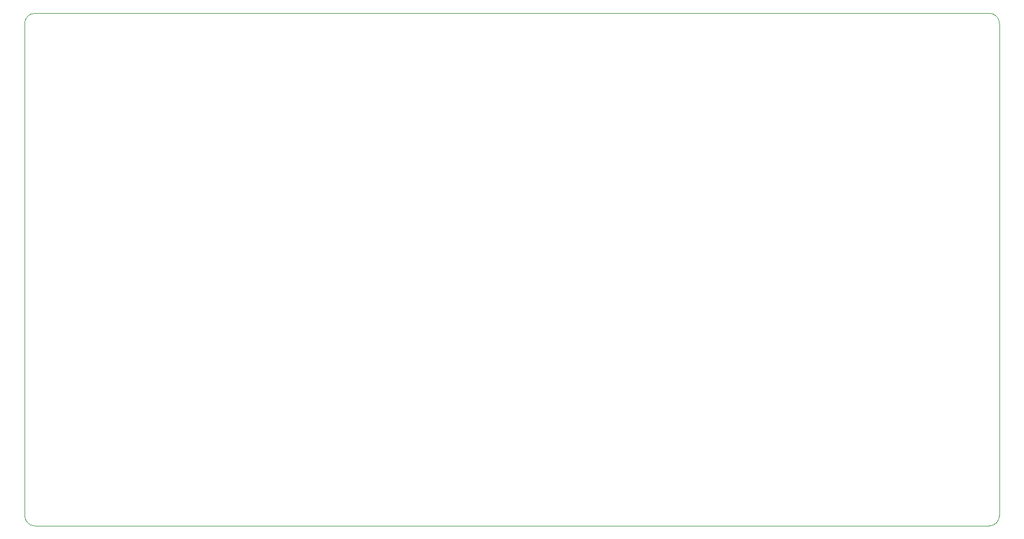
<source format=gbr>
%TF.GenerationSoftware,KiCad,Pcbnew,(6.0.7-1)-1*%
%TF.CreationDate,2023-02-08T12:42:40-08:00*%
%TF.ProjectId,RCASwitcher,52434153-7769-4746-9368-65722e6b6963,rev?*%
%TF.SameCoordinates,Original*%
%TF.FileFunction,Profile,NP*%
%FSLAX46Y46*%
G04 Gerber Fmt 4.6, Leading zero omitted, Abs format (unit mm)*
G04 Created by KiCad (PCBNEW (6.0.7-1)-1) date 2023-02-08 12:42:40*
%MOMM*%
%LPD*%
G01*
G04 APERTURE LIST*
%TA.AperFunction,Profile*%
%ADD10C,0.100000*%
%TD*%
G04 APERTURE END LIST*
D10*
X25000000Y-65000000D02*
G75*
G03*
X23500000Y-66500000I0J-1500000D01*
G01*
X25000000Y-141000000D02*
X166500000Y-141000000D01*
X166500000Y-65000000D02*
X25000000Y-65000000D01*
X166500000Y-141000000D02*
G75*
G03*
X168000000Y-139500000I0J1500000D01*
G01*
X23500000Y-66500000D02*
X23500000Y-139500000D01*
X23500000Y-139500000D02*
G75*
G03*
X25000000Y-141000000I1500000J0D01*
G01*
X168000000Y-139500000D02*
X168000000Y-66500000D01*
X168000000Y-66500000D02*
G75*
G03*
X166500000Y-65000000I-1500000J0D01*
G01*
M02*

</source>
